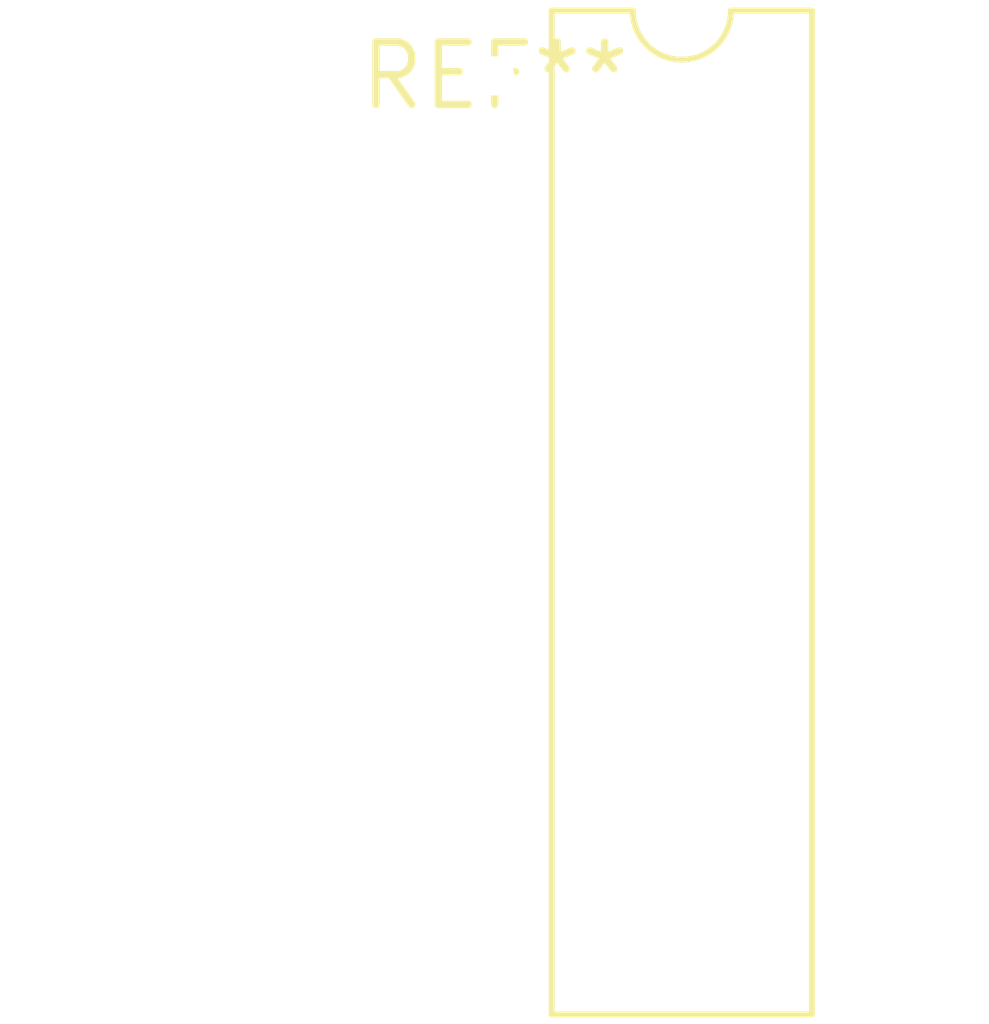
<source format=kicad_pcb>
(kicad_pcb (version 20240108) (generator pcbnew)
  (layers (0 "F.Cu" signal) (31 "B.Cu" signal) (34 "B.Paste" user) (35 "F.Paste" user) (36 "B.SilkS" user "B.Silkscreen") (37 "F.SilkS" user "F.Silkscreen") (38 "B.Mask" user) (39 "F.Mask" user) (44 "Edge.Cuts" user))
  (net 0 "")
  (footprint "DIP-8-16_W7.62mm" (layer "F.Cu") (at 0 0)
    (property "Reference" "REF**")
    (property "Value" "DIP-8-16_W7.62mm")
    (fp_line (start 1.16 -1.33) (end 1.16 19.11) (layer "F.SilkS") (stroke (width 0.12)))
    (fp_line (start 1.16 19.11) (end 6.46 19.11) (layer "F.SilkS") (stroke (width 0.12)))
    (fp_line (start 2.81 -1.33) (end 1.16 -1.33) (layer "F.SilkS") (stroke (width 0.12)))
    (fp_line (start 6.46 -1.33) (end 4.81 -1.33) (layer "F.SilkS") (stroke (width 0.12)))
    (fp_line (start 6.46 19.11) (end 6.46 -1.33) (layer "F.SilkS") (stroke (width 0.12)))
    (fp_arc (start 4.81 -1.33) (mid 3.81 -0.33) (end 2.81 -1.33) (layer "F.SilkS") (stroke (width 0.12)))
    (pad "1" thru_hole rect (at 0 0) (size 1.6 1.6) (drill 0.8) (layers *.Cu *.Mask) (remove_unused_layers))
    (pad "2" thru_hole circle (at 0 2.54) (size 1.6 1.6) (drill 0.8) (layers *.Cu *.Mask) (remove_unused_layers))
    (pad "3" thru_hole circle (at 0 15.24) (size 1.6 1.6) (drill 0.8) (layers *.Cu *.Mask) (remove_unused_layers))
    (pad "4" thru_hole circle (at 0 17.78) (size 1.6 1.6) (drill 0.8) (layers *.Cu *.Mask) (remove_unused_layers))
    (pad "5" thru_hole circle (at 7.62 17.78) (size 1.6 1.6) (drill 0.8) (layers *.Cu *.Mask) (remove_unused_layers))
    (pad "6" thru_hole circle (at 7.62 15.24) (size 1.6 1.6) (drill 0.8) (layers *.Cu *.Mask) (remove_unused_layers))
    (pad "7" thru_hole circle (at 7.62 2.54) (size 1.6 1.6) (drill 0.8) (layers *.Cu *.Mask) (remove_unused_layers))
    (pad "8" thru_hole circle (at 7.62 0) (size 1.6 1.6) (drill 0.8) (layers *.Cu *.Mask) (remove_unused_layers))
  )
)
</source>
